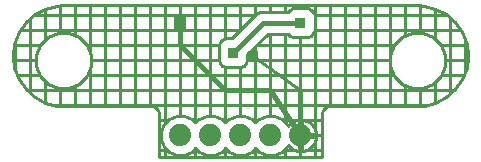
<source format=gbl>
G75*
G70*
%OFA0B0*%
%FSLAX24Y24*%
%IPPOS*%
%LPD*%
%AMOC8*
5,1,8,0,0,1.08239X$1,22.5*
%
%ADD10C,0.0740*%
%ADD11R,0.0376X0.0376*%
%ADD12C,0.0160*%
%ADD13C,0.0100*%
%ADD14R,0.0416X0.0416*%
D10*
X006168Y001150D03*
X007168Y001150D03*
X008168Y001150D03*
X009168Y001150D03*
X010168Y001150D03*
D11*
X008589Y003807D03*
X007918Y003900D03*
X010168Y004900D03*
D12*
X008918Y004900D01*
X007918Y003900D01*
X007668Y002650D02*
X006168Y004150D01*
X006168Y004900D01*
X007668Y002650D02*
X009168Y002650D01*
X010168Y001150D01*
X010168Y002650D01*
D13*
X005458Y001897D02*
X005458Y000440D01*
X010878Y000440D01*
X010878Y001897D01*
X010922Y002003D01*
X011003Y002085D01*
X011110Y002129D01*
X014073Y002129D01*
X014276Y002141D01*
X014668Y002238D01*
X014668Y002944D01*
X014594Y002870D02*
X014853Y003129D01*
X014993Y003467D01*
X014993Y003833D01*
X014853Y004171D01*
X014594Y004430D01*
X014256Y004570D01*
X013890Y004570D01*
X013552Y004430D01*
X013293Y004171D01*
X013153Y003833D01*
X013153Y003467D01*
X013293Y003129D01*
X013552Y002870D01*
X013890Y002730D01*
X014256Y002730D01*
X014594Y002870D01*
X014168Y002730D02*
X014168Y002135D01*
X014311Y002150D02*
X002024Y002150D01*
X002060Y002141D02*
X001667Y002238D01*
X001309Y002426D01*
X001006Y002694D01*
X000776Y003027D01*
X000633Y003406D01*
X000584Y003807D01*
X000633Y004209D01*
X000776Y004588D01*
X001006Y004921D01*
X001309Y005189D01*
X001667Y005377D01*
X002060Y005474D01*
X002262Y005486D01*
X014073Y005486D01*
X014276Y005474D01*
X014668Y005377D01*
X014668Y004356D01*
X014168Y004570D02*
X014168Y005480D01*
X013668Y005486D02*
X013668Y004478D01*
X013285Y004150D02*
X008691Y004150D01*
X008668Y004127D02*
X008668Y001583D01*
X008542Y001710D01*
X008299Y001810D01*
X008036Y001810D01*
X007794Y001710D01*
X007668Y001583D01*
X007542Y001710D01*
X007299Y001810D01*
X007036Y001810D01*
X006794Y001710D01*
X006668Y001583D01*
X006542Y001710D01*
X006299Y001810D01*
X006036Y001810D01*
X005794Y001710D01*
X005608Y001524D01*
X005508Y001281D01*
X005508Y001019D01*
X005608Y000776D01*
X005794Y000590D01*
X006036Y000490D01*
X006299Y000490D01*
X006542Y000590D01*
X006668Y000717D01*
X006668Y000440D01*
X006794Y000590D02*
X007036Y000490D01*
X007299Y000490D01*
X007542Y000590D01*
X007668Y000717D01*
X007668Y000440D01*
X007794Y000590D02*
X008036Y000490D01*
X008299Y000490D01*
X008542Y000590D01*
X008668Y000717D01*
X008668Y000440D01*
X008794Y000590D02*
X009036Y000490D01*
X009299Y000490D01*
X009542Y000590D01*
X009727Y000776D01*
X009752Y000837D01*
X009771Y000811D01*
X009829Y000753D01*
X009895Y000705D01*
X009968Y000668D01*
X010046Y000643D01*
X010118Y000631D01*
X010118Y001100D01*
X010218Y001100D01*
X010218Y001200D01*
X010686Y001200D01*
X010675Y001272D01*
X010650Y001350D01*
X010613Y001423D01*
X010564Y001489D01*
X010507Y001547D01*
X010440Y001595D01*
X010367Y001632D01*
X010290Y001657D01*
X010218Y001669D01*
X010218Y001200D01*
X010118Y001200D01*
X010118Y001669D01*
X010046Y001657D01*
X009968Y001632D01*
X009895Y001595D01*
X009829Y001547D01*
X009771Y001489D01*
X009752Y001463D01*
X009727Y001524D01*
X009542Y001710D01*
X009299Y001810D01*
X009036Y001810D01*
X008794Y001710D01*
X008668Y001583D01*
X008601Y001650D02*
X008734Y001650D01*
X009168Y001810D02*
X009168Y004530D01*
X009071Y004530D02*
X009751Y004530D01*
X009815Y004466D01*
X009922Y004422D01*
X010414Y004422D01*
X010520Y004466D01*
X010602Y004548D01*
X010646Y004654D01*
X010646Y005146D01*
X010602Y005252D01*
X010520Y005334D01*
X010414Y005378D01*
X009922Y005378D01*
X009815Y005334D01*
X009751Y005270D01*
X008844Y005270D01*
X008708Y005214D01*
X007873Y004378D01*
X007672Y004378D01*
X007565Y004334D01*
X007484Y004252D01*
X007440Y004146D01*
X007440Y003654D01*
X007484Y003548D01*
X007565Y003466D01*
X007672Y003422D01*
X008164Y003422D01*
X008270Y003466D01*
X008352Y003548D01*
X008396Y003654D01*
X008396Y003855D01*
X009071Y004530D01*
X009668Y004530D02*
X009668Y001583D01*
X009601Y001650D02*
X010024Y001650D01*
X010118Y001650D02*
X010218Y001650D01*
X010312Y001650D02*
X010878Y001650D01*
X010668Y001294D02*
X010668Y005486D01*
X011168Y005486D02*
X011168Y002129D01*
X011668Y002129D02*
X011668Y005486D01*
X012168Y005486D02*
X012168Y002129D01*
X012668Y002129D02*
X012668Y005486D01*
X013168Y005486D02*
X013168Y003868D01*
X013153Y003650D02*
X008394Y003650D01*
X008589Y003807D02*
X010168Y002650D01*
X008168Y003424D02*
X008168Y001810D01*
X007734Y001650D02*
X007601Y001650D01*
X007668Y001583D02*
X007668Y003424D01*
X007441Y003650D02*
X003182Y003650D01*
X003182Y003467D02*
X003182Y003833D01*
X003042Y004171D01*
X002783Y004430D01*
X002445Y004570D01*
X002079Y004570D01*
X001741Y004430D01*
X001482Y004171D01*
X001342Y003833D01*
X001342Y003467D01*
X001482Y003129D01*
X001741Y002870D01*
X002079Y002730D01*
X002445Y002730D01*
X002783Y002870D01*
X003042Y003129D01*
X003182Y003467D01*
X003168Y003432D02*
X003168Y002129D01*
X003668Y002129D02*
X003668Y005486D01*
X004168Y005486D02*
X004168Y002129D01*
X004668Y002129D02*
X004668Y005486D01*
X005168Y005486D02*
X005168Y002129D01*
X005225Y002129D02*
X005332Y002085D01*
X005414Y002003D01*
X005458Y001897D01*
X005458Y001650D02*
X005734Y001650D01*
X005668Y001583D02*
X005668Y005486D01*
X006168Y005486D02*
X006168Y001810D01*
X006601Y001650D02*
X006734Y001650D01*
X006668Y001583D02*
X006668Y005486D01*
X007168Y005486D02*
X007168Y001810D01*
X005508Y001150D02*
X005458Y001150D01*
X005668Y000717D02*
X005668Y000440D01*
X006168Y000440D02*
X006168Y000490D01*
X006601Y000650D02*
X006734Y000650D01*
X006794Y000590D02*
X006668Y000717D01*
X007168Y000490D02*
X007168Y000440D01*
X007601Y000650D02*
X007734Y000650D01*
X007794Y000590D02*
X007668Y000717D01*
X008168Y000490D02*
X008168Y000440D01*
X008668Y000717D02*
X008794Y000590D01*
X008734Y000650D02*
X008601Y000650D01*
X009168Y000490D02*
X009168Y000440D01*
X009668Y000440D02*
X009668Y000717D01*
X009601Y000650D02*
X010024Y000650D01*
X010118Y000650D02*
X010218Y000650D01*
X010218Y000631D02*
X010290Y000643D01*
X010367Y000668D01*
X010440Y000705D01*
X010507Y000753D01*
X010564Y000811D01*
X010613Y000877D01*
X010650Y000950D01*
X010675Y001028D01*
X010686Y001100D01*
X010218Y001100D01*
X010218Y000631D01*
X010312Y000650D02*
X010878Y000650D01*
X010668Y000440D02*
X010668Y001006D01*
X010668Y001100D02*
X010668Y001200D01*
X010878Y001150D02*
X010218Y001150D01*
X010168Y001100D02*
X010168Y000440D01*
X010168Y001200D02*
X010168Y004422D01*
X010644Y004650D02*
X015516Y004650D01*
X015560Y004588D02*
X015703Y004209D01*
X015752Y003807D01*
X015703Y003406D01*
X015560Y003027D01*
X015330Y002694D01*
X015027Y002426D01*
X014668Y002238D01*
X015168Y002551D02*
X015168Y005064D01*
X015071Y005150D02*
X010644Y005150D01*
X010168Y005378D02*
X010168Y005486D01*
X009668Y005486D02*
X009668Y005270D01*
X009168Y005270D02*
X009168Y005486D01*
X008668Y005486D02*
X008668Y005173D01*
X008645Y005150D02*
X001265Y005150D01*
X001168Y005064D02*
X001168Y002551D01*
X001056Y002650D02*
X015280Y002650D01*
X015606Y003150D02*
X014862Y003150D01*
X015668Y003313D02*
X015668Y004302D01*
X015710Y004150D02*
X014862Y004150D01*
X014993Y003650D02*
X015733Y003650D01*
X013668Y002822D02*
X013668Y002129D01*
X013168Y002129D02*
X013168Y003432D01*
X013285Y003150D02*
X003051Y003150D01*
X002668Y002822D02*
X002668Y002129D01*
X002262Y002129D02*
X002060Y002141D01*
X002168Y002135D02*
X002168Y002730D01*
X001668Y002944D02*
X001668Y002238D01*
X002262Y002129D02*
X005225Y002129D01*
X001474Y003150D02*
X000730Y003150D01*
X000668Y003313D02*
X000668Y004302D01*
X000625Y004150D02*
X001474Y004150D01*
X001668Y004356D02*
X001668Y005377D01*
X002168Y005480D02*
X002168Y004570D01*
X002668Y004478D02*
X002668Y005486D01*
X003168Y005486D02*
X003168Y003868D01*
X003051Y004150D02*
X007441Y004150D01*
X007668Y004376D02*
X007668Y005486D01*
X008168Y005486D02*
X008168Y004673D01*
X008145Y004650D02*
X000819Y004650D01*
X000603Y003650D02*
X001342Y003650D01*
X005458Y000650D02*
X005734Y000650D01*
X015330Y004921D02*
X015560Y004588D01*
X015330Y004921D02*
X015027Y005189D01*
X014668Y005377D01*
D14*
X006168Y004900D03*
M02*

</source>
